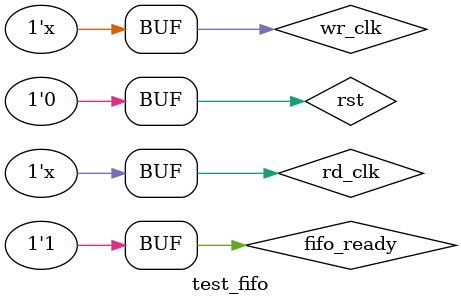
<source format=sv>
`timescale 1ns / 1ps

module test_fifo();
    
    //  FIFO·Î µ¥ÀÌÅÍ¸¦ ¾µ ¶§ »ç¿ëÇÏ´Â Å¬·° ½ÅÈ£
    //  FIFO¿¡ µ¥ÀÌÅÍ°¡ ²Ë Ã¡À»¶§ ¾Ë·ÁÁÖ´Â ½ÅÈ£
    //  FIFO¿¡ ÀúÀåµÇ´Â 8bit ÀÔ·Â 
    //  FIFO¿¡ µ¥ÀÌÅÍ ¾²±â ½ÅÈ£
    logic wr_clk;
    logic full;
    logic [7:0] din;
    logic wr_en;
    
    // FIFOÀÇ µ¥ÀÌÅÍ¸¦ ÀÐÀ» ¶§ »ç¿ëÇÏ´Â Å¬·°  
    // FIFO¿¡ µ¥ÀÌÅÍ°¡ ºñ¾îÀÖÀ» ¶§ ¾Ë·ÁÁÖ´Â ½ÅÈ£ 
    // µ¥ÀÌÅÍ°¡ ³ª°¡´Â °ø°£ 8bit 
    // FIFOÀÇ µ¥ÀÌÅÍ°¡ ³ª°¥ ¶§ »ç¿ëÇÏ´Â ½ÅÈ£ 
    logic rd_clk;
    logic empty;
    logic [7:0] dout; 
    logic rd_en;
    
    logic rst;
    // FIFO°¡ µ¥ÀÌÅÍ¸¦ ¾²°Å³ª ÀÐÀ» ÁØºñ°¡ µÇ¾úÀ»  
    logic fifo_ready;
    
    // not dual, fifo gen 
    fifo_dual fifo
    (
        .wr_clk(wr_clk),
        .full(full),
        .din(din),
        .wr_en(wr_en),
        
        .rd_clk(rd_clk),
        .empty(empty),
        .dout(dout),
        .rd_en(rd_en),
        
        .rst(rst)
    );
    
    initial begin
        rst             = 0;
        wr_clk          = 0;
        rd_clk          = 0;
        fifo_ready      = 0;
    
        #50 rst         = 1;
        #50 rst         = 0;
    
        #200 fifo_ready = 1;
    end
    
    always begin
        #5
        wr_clk = ~wr_clk;
    end
    
    always begin
        #10
        rd_clk = ~rd_clk;
    end
   
   // ¾²±â Å¬·°ÀÌ »ó½ÂÇÏ°Å³ª ¸®¼Â½Ã ½ÇÇà 
    always_ff @(posedge wr_clk or posedge rst) begin
        // ¸®¼ÂÇÏ¸é, µé¾î¿Â µ¥ÀÌÅÍ¶û ¾²±â ½ÅÈ£ ÃÊ±âÈ­ 
        if(rst) begin
            din 	<= 0;
            wr_en 	<= 0;
        end 
        // FIFO°¡ ¾²±â ¶Ç´Â ÀÐ±â ÁØºñ°¡ µÇ¾úÀ» ¶§ 
        // µ¥ÀÌÅÍ¸¦ ÇÏ³ª¾¿ ¾´´Ù..
        else begin
            if (fifo_ready) begin
                din <= din + 1;
                wr_en <= 1;
            end
        end
    end
    
   // ÀÐ±â Å¬·°ÀÌ »ó½ÂÇÏ°Å³ª ¸®¼Â½Ã ½ÇÇà 
    always_ff @(posedge rd_clk or posedge rst) begin
        // ¸®¼Â ½Ã, "ÀÐ¾î¶ó !" ¶ó´Â ½ÅÈ£¸¦ ¸ØÃá´Ù.  
        if(rst) begin
            rd_en <= 0;
        end 
        // ±× ¿Ü Á¶°ÇÀÏ ¶§ 
        else begin
            // ÀÌ¹ø¿£ ,FIFO¿¡ µ¥ÀÌÅÍ°¡ ´Ù ½×¿´´Ù¸é 
            // ÀÐ¾î¶ó ¶ó´Â ½ÅÈ£¸¦ ÁØ´Ù. 
            if (fifo_ready)
                rd_en <= 1;
        end
    end


endmodule

</source>
